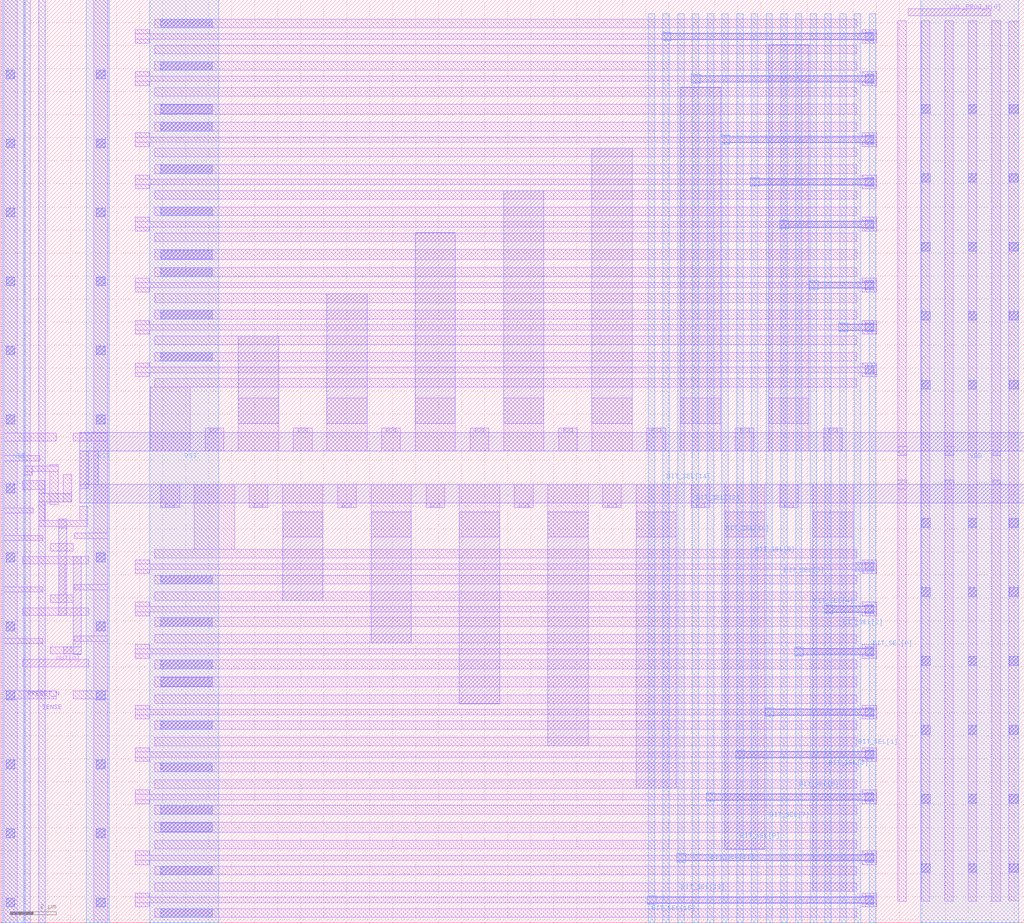
<source format=lef>
VERSION 5.7 ;
  NOWIREEXTENSIONATPIN ON ;
  DIVIDERCHAR "/" ;
  BUSBITCHARS "[]" ;
MACRO efuse_array_16x1
  CLASS BLOCK ;
  FOREIGN efuse_array_16x1 ;
  ORIGIN -24.960 -66.885 ;
  SIZE 44.480 BY 40.130 ;
  PIN COL_PROG_N[0]
    ANTENNAGATEAREA 76.500000 ;
    PORT
      LAYER Metal1 ;
        RECT 64.400 106.315 67.960 106.615 ;
    END
  END COL_PROG_N[0]
  PIN OUT[0]
    ANTENNADIFFAREA 0.897600 ;
    PORT
      LAYER Metal1 ;
        RECT 25.920 77.995 28.780 78.325 ;
    END
  END OUT[0]
  PIN PRESET_N
    ANTENNAGATEAREA 1.220000 ;
    PORT
      LAYER Metal2 ;
        RECT 25.970 86.725 26.250 107.015 ;
        RECT 25.970 86.345 26.330 86.725 ;
        RECT 25.970 66.885 26.250 86.345 ;
    END
  END PRESET_N
  PIN SENSE
    ANTENNAGATEAREA 0.492000 ;
    PORT
      LAYER Metal2 ;
        RECT 26.615 85.540 26.895 107.015 ;
        RECT 26.615 85.160 28.040 85.540 ;
        RECT 26.615 66.885 26.895 85.160 ;
    END
  END SENSE
  PIN VSS
    USE GROUND ;
    PORT
      LAYER Metal4 ;
        RECT 31.430 66.885 34.430 107.015 ;
    END
    PORT
      LAYER Metal4 ;
        RECT 28.670 66.885 29.670 107.015 ;
    END
  END VSS
  PIN VDD
    USE POWER ;
    PORT
      LAYER Metal4 ;
        RECT 25.030 66.885 26.030 107.015 ;
    END
    PORT
      LAYER Metal4 ;
        RECT 64.950 66.885 69.200 107.015 ;
    END
  END VDD
  PIN BIT_SEL[0]
    ANTENNAGATEAREA 18.299999 ;
    PORT
      LAYER Metal4 ;
        RECT 62.700 91.110 62.980 106.390 ;
        RECT 62.660 90.730 63.040 91.110 ;
        RECT 62.700 66.885 62.980 90.730 ;
    END
  END BIT_SEL[0]
  PIN BIT_SEL[1]
    ANTENNAGATEAREA 18.299999 ;
    PORT
      LAYER Metal4 ;
        RECT 62.060 82.545 62.340 106.390 ;
        RECT 62.020 82.165 62.400 82.545 ;
        RECT 62.060 66.885 62.340 82.165 ;
    END
  END BIT_SEL[1]
  PIN BIT_SEL[2]
    ANTENNAGATEAREA 18.299999 ;
    PORT
      LAYER Metal4 ;
        RECT 61.420 92.950 61.700 106.390 ;
        RECT 61.380 92.570 61.760 92.950 ;
        RECT 61.420 66.885 61.700 92.570 ;
    END
  END BIT_SEL[2]
  PIN BIT_SEL[3]
    ANTENNAGATEAREA 18.299999 ;
    PORT
      LAYER Metal4 ;
        RECT 60.780 80.705 61.060 106.390 ;
        RECT 60.740 80.325 61.120 80.705 ;
        RECT 60.780 66.885 61.060 80.325 ;
    END
  END BIT_SEL[3]
  PIN BIT_SEL[4]
    ANTENNAGATEAREA 18.299999 ;
    PORT
      LAYER Metal4 ;
        RECT 60.140 94.790 60.420 106.390 ;
        RECT 60.100 94.410 60.480 94.790 ;
        RECT 60.140 66.885 60.420 94.410 ;
    END
  END BIT_SEL[4]
  PIN BIT_SEL[5]
    ANTENNAGATEAREA 18.299999 ;
    PORT
      LAYER Metal4 ;
        RECT 59.500 78.860 59.780 106.390 ;
        RECT 59.460 78.480 59.840 78.860 ;
        RECT 59.500 66.885 59.780 78.480 ;
    END
  END BIT_SEL[5]
  PIN BIT_SEL[6]
    ANTENNAGATEAREA 18.299999 ;
    PORT
      LAYER Metal4 ;
        RECT 58.860 97.435 59.140 106.390 ;
        RECT 58.820 97.055 59.200 97.435 ;
        RECT 58.860 66.885 59.140 97.055 ;
    END
  END BIT_SEL[6]
  PIN BIT_SEL[7]
    ANTENNAGATEAREA 18.299999 ;
    PORT
      LAYER Metal4 ;
        RECT 58.220 76.220 58.500 106.390 ;
        RECT 58.180 75.840 58.560 76.220 ;
        RECT 58.220 66.885 58.500 75.840 ;
    END
  END BIT_SEL[7]
  PIN BIT_SEL[8]
    ANTENNAGATEAREA 18.299999 ;
    PORT
      LAYER Metal4 ;
        RECT 57.580 99.275 57.860 106.390 ;
        RECT 57.540 98.895 57.920 99.275 ;
        RECT 57.580 66.885 57.860 98.895 ;
    END
  END BIT_SEL[8]
  PIN BIT_SEL[9]
    ANTENNAGATEAREA 18.299999 ;
    PORT
      LAYER Metal4 ;
        RECT 56.940 74.380 57.220 106.390 ;
        RECT 56.900 74.000 57.280 74.380 ;
        RECT 56.940 66.885 57.220 74.000 ;
    END
  END BIT_SEL[9]
  PIN BIT_SEL[10]
    ANTENNAGATEAREA 18.299999 ;
    PORT
      LAYER Metal4 ;
        RECT 56.300 101.115 56.580 106.390 ;
        RECT 56.260 100.735 56.640 101.115 ;
        RECT 56.300 66.885 56.580 100.735 ;
    END
  END BIT_SEL[10]
  PIN BIT_SEL[11]
    ANTENNAGATEAREA 18.299999 ;
    PORT
      LAYER Metal4 ;
        RECT 55.660 72.535 55.940 106.390 ;
        RECT 55.620 72.155 56.000 72.535 ;
        RECT 55.660 66.885 55.940 72.155 ;
    END
  END BIT_SEL[11]
  PIN BIT_SEL[12]
    ANTENNAGATEAREA 18.299999 ;
    PORT
      LAYER Metal4 ;
        RECT 55.020 103.760 55.300 106.390 ;
        RECT 54.980 103.380 55.360 103.760 ;
        RECT 55.020 66.885 55.300 103.380 ;
    END
  END BIT_SEL[12]
  PIN BIT_SEL[13]
    ANTENNAGATEAREA 18.299999 ;
    PORT
      LAYER Metal4 ;
        RECT 54.380 69.895 54.660 106.390 ;
        RECT 54.340 69.515 54.720 69.895 ;
        RECT 54.380 66.885 54.660 69.515 ;
    END
  END BIT_SEL[13]
  PIN BIT_SEL[14]
    ANTENNAGATEAREA 18.299999 ;
    PORT
      LAYER Metal4 ;
        RECT 53.740 105.600 54.020 106.390 ;
        RECT 53.700 105.220 54.080 105.600 ;
        RECT 53.740 66.885 54.020 105.220 ;
    END
  END BIT_SEL[14]
  PIN BIT_SEL[15]
    ANTENNAGATEAREA 18.299999 ;
    PORT
      LAYER Metal4 ;
        RECT 53.100 68.055 53.380 106.390 ;
        RECT 53.060 67.675 53.440 68.055 ;
        RECT 53.100 66.885 53.380 67.675 ;
    END
  END BIT_SEL[15]
  OBS
      LAYER Metal1 ;
        RECT 25.090 88.160 25.690 107.015 ;
        RECT 29.010 88.160 29.610 107.015 ;
        RECT 31.650 105.780 62.170 106.160 ;
        RECT 30.800 105.525 31.420 105.710 ;
        RECT 62.400 105.525 63.020 105.710 ;
        RECT 30.800 105.295 63.020 105.525 ;
        RECT 30.800 105.110 31.420 105.295 ;
        RECT 62.400 105.110 63.020 105.295 ;
        RECT 58.400 105.030 60.020 105.040 ;
        RECT 31.650 104.660 62.170 105.030 ;
        RECT 31.650 103.940 62.170 104.320 ;
        RECT 30.800 103.685 31.420 103.870 ;
        RECT 62.400 103.685 63.020 103.870 ;
        RECT 30.800 103.455 63.020 103.685 ;
        RECT 30.800 103.270 31.420 103.455 ;
        RECT 62.400 103.270 63.020 103.455 ;
        RECT 54.560 103.190 56.180 103.200 ;
        RECT 31.650 102.820 62.170 103.190 ;
        RECT 31.660 102.025 62.160 102.465 ;
        RECT 31.650 101.295 62.170 101.675 ;
        RECT 30.800 101.040 31.420 101.225 ;
        RECT 62.400 101.040 63.020 101.225 ;
        RECT 30.800 100.810 63.020 101.040 ;
        RECT 30.800 100.625 31.420 100.810 ;
        RECT 62.400 100.625 63.020 100.810 ;
        RECT 50.720 100.545 52.340 100.555 ;
        RECT 31.650 100.175 62.170 100.545 ;
        RECT 31.650 99.455 62.170 99.835 ;
        RECT 30.800 99.200 31.420 99.385 ;
        RECT 62.400 99.200 63.020 99.385 ;
        RECT 30.800 98.970 63.020 99.200 ;
        RECT 30.800 98.785 31.420 98.970 ;
        RECT 62.400 98.785 63.020 98.970 ;
        RECT 46.880 98.705 48.500 98.715 ;
        RECT 31.650 98.335 62.170 98.705 ;
        RECT 31.650 97.615 62.170 97.995 ;
        RECT 30.800 97.360 31.420 97.545 ;
        RECT 62.400 97.360 63.020 97.545 ;
        RECT 30.800 97.130 63.020 97.360 ;
        RECT 30.800 96.945 31.420 97.130 ;
        RECT 62.400 96.945 63.020 97.130 ;
        RECT 43.040 96.865 44.660 96.875 ;
        RECT 31.650 96.495 62.170 96.865 ;
        RECT 31.660 95.700 62.160 96.140 ;
        RECT 31.650 94.970 62.170 95.350 ;
        RECT 30.800 94.715 31.420 94.900 ;
        RECT 62.400 94.715 63.020 94.900 ;
        RECT 30.800 94.485 63.020 94.715 ;
        RECT 30.800 94.300 31.420 94.485 ;
        RECT 62.400 94.300 63.020 94.485 ;
        RECT 39.200 94.220 40.820 94.230 ;
        RECT 31.650 93.850 62.170 94.220 ;
        RECT 31.650 93.130 62.170 93.510 ;
        RECT 30.800 92.875 31.420 93.060 ;
        RECT 62.400 92.875 63.020 93.060 ;
        RECT 30.800 92.645 63.020 92.875 ;
        RECT 30.800 92.460 31.420 92.645 ;
        RECT 62.400 92.460 63.020 92.645 ;
        RECT 35.360 92.380 36.980 92.390 ;
        RECT 31.650 92.010 62.170 92.380 ;
        RECT 31.650 91.290 62.170 91.670 ;
        RECT 30.800 91.035 31.420 91.220 ;
        RECT 62.400 91.035 63.020 91.220 ;
        RECT 30.800 90.805 63.020 91.035 ;
        RECT 30.800 90.620 31.420 90.805 ;
        RECT 62.400 90.620 63.020 90.805 ;
        RECT 31.650 90.170 62.170 90.540 ;
        RECT 25.090 87.820 27.380 88.160 ;
        RECT 28.125 87.820 29.610 88.160 ;
        RECT 25.090 87.185 25.690 87.820 ;
        RECT 25.090 86.955 26.670 87.185 ;
        RECT 25.090 84.915 25.690 86.955 ;
        RECT 27.100 86.725 27.460 86.810 ;
        RECT 25.970 86.495 27.460 86.725 ;
        RECT 25.970 86.345 26.330 86.495 ;
        RECT 25.920 85.710 26.870 86.115 ;
        RECT 25.090 84.685 26.380 84.915 ;
        RECT 25.090 83.725 25.690 84.685 ;
        RECT 26.610 84.365 26.870 85.710 ;
        RECT 27.100 85.060 27.460 86.495 ;
        RECT 27.690 85.160 28.040 86.360 ;
        RECT 28.400 85.750 28.780 87.395 ;
        RECT 27.480 84.365 27.830 84.425 ;
        RECT 28.400 84.365 28.740 84.970 ;
        RECT 26.610 84.105 28.740 84.365 ;
        RECT 27.480 84.045 27.830 84.105 ;
        RECT 29.010 83.825 29.610 87.820 ;
        RECT 31.455 87.385 33.205 90.170 ;
        RECT 33.845 87.385 34.655 88.385 ;
        RECT 35.295 87.385 37.045 89.680 ;
        RECT 37.685 87.385 38.495 88.385 ;
        RECT 39.135 87.385 40.885 89.680 ;
        RECT 41.525 87.385 42.335 88.385 ;
        RECT 42.975 87.385 44.725 89.680 ;
        RECT 45.365 87.385 46.175 88.385 ;
        RECT 46.815 87.385 48.565 89.680 ;
        RECT 49.205 87.385 50.015 88.385 ;
        RECT 50.655 87.385 52.405 89.680 ;
        RECT 53.045 87.385 53.855 88.385 ;
        RECT 54.495 87.385 56.245 89.680 ;
        RECT 56.885 87.385 57.695 88.385 ;
        RECT 58.335 87.385 60.085 89.680 ;
        RECT 60.725 87.385 61.535 88.385 ;
        RECT 63.950 87.575 64.320 106.085 ;
        RECT 64.970 102.450 65.340 106.085 ;
        RECT 64.965 102.070 65.345 102.450 ;
        RECT 64.970 99.450 65.340 102.070 ;
        RECT 64.965 99.070 65.345 99.450 ;
        RECT 64.970 96.450 65.340 99.070 ;
        RECT 64.965 96.070 65.345 96.450 ;
        RECT 64.970 93.450 65.340 96.070 ;
        RECT 64.965 93.070 65.345 93.450 ;
        RECT 64.970 90.450 65.340 93.070 ;
        RECT 64.965 90.070 65.345 90.450 ;
        RECT 63.950 87.195 64.330 87.575 ;
        RECT 63.950 86.125 64.320 87.195 ;
        RECT 31.925 84.935 32.735 85.935 ;
        RECT 25.090 83.495 26.780 83.725 ;
        RECT 28.150 83.595 29.610 83.825 ;
        RECT 25.090 81.485 25.690 83.495 ;
        RECT 27.110 83.035 28.110 83.360 ;
        RECT 25.920 82.475 28.780 82.805 ;
        RECT 25.090 81.255 26.780 81.485 ;
        RECT 25.090 79.245 25.690 81.255 ;
        RECT 27.495 81.120 27.760 82.475 ;
        RECT 29.010 81.585 29.610 83.595 ;
        RECT 33.375 83.105 35.125 85.935 ;
        RECT 35.765 84.935 36.575 85.935 ;
        RECT 37.215 83.640 38.965 85.935 ;
        RECT 39.605 84.935 40.415 85.935 ;
        RECT 41.055 83.640 42.805 85.935 ;
        RECT 43.445 84.935 44.255 85.935 ;
        RECT 44.895 83.640 46.645 85.935 ;
        RECT 47.285 84.935 48.095 85.935 ;
        RECT 48.735 83.640 50.485 85.935 ;
        RECT 51.125 84.935 51.935 85.935 ;
        RECT 52.575 83.640 54.325 85.935 ;
        RECT 54.965 84.935 55.775 85.935 ;
        RECT 56.415 83.640 58.165 85.935 ;
        RECT 58.805 84.935 59.615 85.935 ;
        RECT 60.255 83.640 62.005 85.935 ;
        RECT 63.950 85.745 64.330 86.125 ;
        RECT 31.650 82.735 62.170 83.105 ;
        RECT 30.800 82.470 31.420 82.655 ;
        RECT 62.400 82.470 63.020 82.655 ;
        RECT 30.800 82.240 63.020 82.470 ;
        RECT 30.800 82.055 31.420 82.240 ;
        RECT 62.400 82.055 63.020 82.240 ;
        RECT 31.650 81.605 62.170 81.985 ;
        RECT 28.150 81.355 29.610 81.585 ;
        RECT 27.110 80.795 28.110 81.120 ;
        RECT 25.920 80.235 28.780 80.565 ;
        RECT 29.010 79.345 29.610 81.355 ;
        RECT 31.650 80.895 62.170 81.265 ;
        RECT 37.280 80.885 38.900 80.895 ;
        RECT 30.800 80.630 31.420 80.815 ;
        RECT 62.400 80.630 63.020 80.815 ;
        RECT 30.800 80.400 63.020 80.630 ;
        RECT 30.800 80.215 31.420 80.400 ;
        RECT 62.400 80.215 63.020 80.400 ;
        RECT 31.650 79.765 62.170 80.145 ;
        RECT 25.090 79.015 26.780 79.245 ;
        RECT 28.150 79.115 29.610 79.345 ;
        RECT 25.090 76.960 25.690 79.015 ;
        RECT 27.110 78.555 28.110 78.880 ;
        RECT 29.010 76.960 29.610 79.115 ;
        RECT 31.650 79.050 62.170 79.420 ;
        RECT 41.120 79.040 42.740 79.050 ;
        RECT 30.800 78.785 31.420 78.970 ;
        RECT 62.400 78.785 63.020 78.970 ;
        RECT 30.800 78.555 63.020 78.785 ;
        RECT 30.800 78.370 31.420 78.555 ;
        RECT 62.400 78.370 63.020 78.555 ;
        RECT 31.650 77.920 62.170 78.300 ;
        RECT 31.660 77.130 62.160 77.570 ;
        RECT 25.090 76.620 27.380 76.960 ;
        RECT 28.125 76.620 29.610 76.960 ;
        RECT 25.090 66.885 25.690 76.620 ;
        RECT 29.010 66.885 29.610 76.620 ;
        RECT 31.650 76.410 62.170 76.780 ;
        RECT 44.960 76.400 46.580 76.410 ;
        RECT 30.800 76.145 31.420 76.330 ;
        RECT 62.400 76.145 63.020 76.330 ;
        RECT 30.800 75.915 63.020 76.145 ;
        RECT 30.800 75.730 31.420 75.915 ;
        RECT 62.400 75.730 63.020 75.915 ;
        RECT 31.650 75.280 62.170 75.660 ;
        RECT 31.650 74.570 62.170 74.940 ;
        RECT 48.800 74.560 50.420 74.570 ;
        RECT 30.800 74.305 31.420 74.490 ;
        RECT 62.400 74.305 63.020 74.490 ;
        RECT 30.800 74.075 63.020 74.305 ;
        RECT 30.800 73.890 31.420 74.075 ;
        RECT 62.400 73.890 63.020 74.075 ;
        RECT 31.650 73.440 62.170 73.820 ;
        RECT 31.650 72.725 62.170 73.095 ;
        RECT 52.640 72.715 54.260 72.725 ;
        RECT 30.800 72.460 31.420 72.645 ;
        RECT 62.400 72.460 63.020 72.645 ;
        RECT 30.800 72.230 63.020 72.460 ;
        RECT 30.800 72.045 31.420 72.230 ;
        RECT 62.400 72.045 63.020 72.230 ;
        RECT 31.650 71.595 62.170 71.975 ;
        RECT 31.660 70.805 62.160 71.245 ;
        RECT 31.650 70.085 62.170 70.455 ;
        RECT 56.480 70.075 58.100 70.085 ;
        RECT 30.800 69.820 31.420 70.005 ;
        RECT 62.400 69.820 63.020 70.005 ;
        RECT 30.800 69.590 63.020 69.820 ;
        RECT 30.800 69.405 31.420 69.590 ;
        RECT 62.400 69.405 63.020 69.590 ;
        RECT 31.650 68.955 62.170 69.335 ;
        RECT 31.650 68.245 62.170 68.615 ;
        RECT 60.320 68.235 61.940 68.245 ;
        RECT 30.800 67.980 31.420 68.165 ;
        RECT 62.400 67.980 63.020 68.165 ;
        RECT 30.800 67.750 63.020 67.980 ;
        RECT 63.950 67.815 64.320 85.745 ;
        RECT 64.970 84.450 65.340 90.070 ;
        RECT 65.990 87.575 66.360 106.085 ;
        RECT 67.010 102.450 67.380 106.085 ;
        RECT 67.005 102.070 67.385 102.450 ;
        RECT 67.010 99.450 67.380 102.070 ;
        RECT 67.005 99.070 67.385 99.450 ;
        RECT 67.010 96.450 67.380 99.070 ;
        RECT 67.005 96.070 67.385 96.450 ;
        RECT 67.010 93.450 67.380 96.070 ;
        RECT 67.005 93.070 67.385 93.450 ;
        RECT 67.010 90.450 67.380 93.070 ;
        RECT 67.005 90.070 67.385 90.450 ;
        RECT 65.990 87.195 66.370 87.575 ;
        RECT 65.990 86.125 66.360 87.195 ;
        RECT 65.990 85.745 66.370 86.125 ;
        RECT 64.965 84.070 65.345 84.450 ;
        RECT 64.970 81.450 65.340 84.070 ;
        RECT 64.965 81.070 65.345 81.450 ;
        RECT 64.970 78.450 65.340 81.070 ;
        RECT 64.965 78.070 65.345 78.450 ;
        RECT 64.970 75.450 65.340 78.070 ;
        RECT 64.965 75.070 65.345 75.450 ;
        RECT 64.970 72.450 65.340 75.070 ;
        RECT 64.965 72.070 65.345 72.450 ;
        RECT 64.970 69.450 65.340 72.070 ;
        RECT 64.965 69.070 65.345 69.450 ;
        RECT 64.970 67.815 65.340 69.070 ;
        RECT 65.990 67.815 66.360 85.745 ;
        RECT 67.010 84.450 67.380 90.070 ;
        RECT 67.005 84.070 67.385 84.450 ;
        RECT 67.010 81.450 67.380 84.070 ;
        RECT 67.005 81.070 67.385 81.450 ;
        RECT 67.010 78.450 67.380 81.070 ;
        RECT 67.005 78.070 67.385 78.450 ;
        RECT 67.010 75.450 67.380 78.070 ;
        RECT 67.005 75.070 67.385 75.450 ;
        RECT 67.010 72.450 67.380 75.070 ;
        RECT 67.005 72.070 67.385 72.450 ;
        RECT 67.010 69.450 67.380 72.070 ;
        RECT 67.005 69.070 67.385 69.450 ;
        RECT 67.010 67.815 67.380 69.070 ;
        RECT 68.030 67.815 68.410 106.085 ;
        RECT 68.760 67.825 69.200 106.075 ;
        RECT 30.800 67.565 31.420 67.750 ;
        RECT 62.400 67.565 63.020 67.750 ;
        RECT 31.650 67.115 62.170 67.495 ;
      LAYER Metal2 ;
        RECT 31.920 105.780 34.160 106.160 ;
        RECT 62.520 105.220 62.900 105.600 ;
        RECT 25.200 103.570 25.580 103.950 ;
        RECT 29.120 103.570 29.500 103.950 ;
        RECT 31.920 103.940 34.160 104.320 ;
        RECT 31.925 102.055 34.165 102.435 ;
        RECT 31.920 101.295 34.160 101.675 ;
        RECT 25.200 100.570 25.580 100.950 ;
        RECT 29.120 100.570 29.500 100.950 ;
        RECT 31.920 99.455 34.160 99.835 ;
        RECT 25.200 97.570 25.580 97.950 ;
        RECT 29.120 97.570 29.500 97.950 ;
        RECT 31.920 97.615 34.160 97.995 ;
        RECT 31.925 95.730 34.165 96.110 ;
        RECT 31.920 94.970 34.160 95.350 ;
        RECT 25.200 94.570 25.580 94.950 ;
        RECT 29.120 94.570 29.500 94.950 ;
        RECT 31.920 93.130 34.160 93.510 ;
        RECT 25.200 91.570 25.580 91.950 ;
        RECT 29.120 91.570 29.500 91.950 ;
        RECT 31.920 91.290 34.160 91.670 ;
        RECT 25.200 88.570 25.580 88.950 ;
        RECT 29.120 88.570 29.500 88.950 ;
        RECT 35.295 88.580 37.045 92.390 ;
        RECT 39.135 88.580 40.885 94.230 ;
        RECT 42.975 88.580 44.725 96.875 ;
        RECT 46.815 88.580 48.565 98.715 ;
        RECT 50.655 88.580 52.405 100.555 ;
        RECT 54.495 88.580 56.245 103.200 ;
        RECT 58.335 88.580 60.085 105.040 ;
        RECT 62.520 103.380 62.900 103.760 ;
        RECT 64.965 102.070 65.345 102.450 ;
        RECT 67.005 102.070 67.385 102.450 ;
        RECT 68.790 102.070 69.170 102.450 ;
        RECT 62.520 100.735 62.900 101.115 ;
        RECT 62.520 98.895 62.900 99.275 ;
        RECT 64.965 99.070 65.345 99.450 ;
        RECT 67.005 99.070 67.385 99.450 ;
        RECT 68.790 99.070 69.170 99.450 ;
        RECT 62.520 97.055 62.900 97.435 ;
        RECT 64.965 96.070 65.345 96.450 ;
        RECT 67.005 96.070 67.385 96.450 ;
        RECT 68.790 96.070 69.170 96.450 ;
        RECT 62.520 94.410 62.900 94.790 ;
        RECT 64.965 93.070 65.345 93.450 ;
        RECT 67.005 93.070 67.385 93.450 ;
        RECT 68.790 93.070 69.170 93.450 ;
        RECT 62.520 92.570 62.900 92.950 ;
        RECT 62.520 90.730 62.900 91.110 ;
        RECT 64.965 90.070 65.345 90.450 ;
        RECT 67.005 90.070 67.385 90.450 ;
        RECT 68.790 90.070 69.170 90.450 ;
        RECT 34.060 88.195 34.440 88.385 ;
        RECT 37.900 88.195 38.280 88.385 ;
        RECT 41.740 88.195 42.120 88.385 ;
        RECT 45.580 88.195 45.960 88.385 ;
        RECT 49.420 88.195 49.800 88.385 ;
        RECT 53.260 88.195 53.640 88.385 ;
        RECT 57.100 88.195 57.480 88.385 ;
        RECT 60.940 88.195 61.320 88.385 ;
        RECT 28.390 87.385 69.440 88.195 ;
        RECT 25.200 85.570 25.580 85.950 ;
        RECT 28.390 85.935 29.200 87.385 ;
        RECT 63.950 87.195 64.330 87.385 ;
        RECT 65.990 87.195 66.370 87.385 ;
        RECT 68.030 87.195 68.410 87.385 ;
        RECT 63.950 85.935 64.330 86.125 ;
        RECT 65.990 85.935 66.370 86.125 ;
        RECT 68.030 85.935 68.410 86.125 ;
        RECT 28.390 85.125 69.440 85.935 ;
        RECT 32.140 84.935 32.520 85.125 ;
        RECT 35.980 84.935 36.360 85.125 ;
        RECT 39.820 84.935 40.200 85.125 ;
        RECT 43.660 84.935 44.040 85.125 ;
        RECT 47.500 84.935 47.880 85.125 ;
        RECT 51.340 84.935 51.720 85.125 ;
        RECT 55.180 84.935 55.560 85.125 ;
        RECT 59.020 84.935 59.400 85.125 ;
        RECT 25.200 82.570 25.580 82.950 ;
        RECT 27.480 80.235 27.830 84.425 ;
        RECT 25.200 79.570 25.580 79.950 ;
        RECT 28.110 78.880 28.460 82.795 ;
        RECT 29.120 82.570 29.500 82.950 ;
        RECT 31.920 81.605 34.160 81.985 ;
        RECT 37.215 80.885 38.965 84.740 ;
        RECT 29.120 79.570 29.500 79.950 ;
        RECT 31.920 79.765 34.160 80.145 ;
        RECT 41.055 79.040 42.805 84.740 ;
        RECT 27.705 78.555 28.460 78.880 ;
        RECT 28.110 78.550 28.460 78.555 ;
        RECT 31.920 77.920 34.160 78.300 ;
        RECT 31.925 77.160 34.165 77.540 ;
        RECT 25.200 76.570 25.580 76.950 ;
        RECT 29.120 76.570 29.500 76.950 ;
        RECT 44.895 76.400 46.645 84.740 ;
        RECT 31.920 75.280 34.160 75.660 ;
        RECT 48.735 74.560 50.485 84.740 ;
        RECT 25.200 73.570 25.580 73.950 ;
        RECT 29.120 73.570 29.500 73.950 ;
        RECT 31.920 73.440 34.160 73.820 ;
        RECT 52.575 72.715 54.325 84.740 ;
        RECT 31.920 71.595 34.160 71.975 ;
        RECT 25.200 70.570 25.580 70.950 ;
        RECT 29.120 70.570 29.500 70.950 ;
        RECT 31.925 70.835 34.165 71.215 ;
        RECT 56.415 70.075 58.165 84.740 ;
        RECT 31.920 68.955 34.160 69.335 ;
        RECT 60.255 68.235 62.005 84.740 ;
        RECT 64.965 84.070 65.345 84.450 ;
        RECT 67.005 84.070 67.385 84.450 ;
        RECT 68.790 84.070 69.170 84.450 ;
        RECT 62.520 82.165 62.900 82.545 ;
        RECT 64.965 81.070 65.345 81.450 ;
        RECT 67.005 81.070 67.385 81.450 ;
        RECT 68.790 81.070 69.170 81.450 ;
        RECT 62.520 80.325 62.900 80.705 ;
        RECT 62.520 78.480 62.900 78.860 ;
        RECT 64.965 78.070 65.345 78.450 ;
        RECT 67.005 78.070 67.385 78.450 ;
        RECT 68.790 78.070 69.170 78.450 ;
        RECT 62.520 75.840 62.900 76.220 ;
        RECT 64.965 75.070 65.345 75.450 ;
        RECT 67.005 75.070 67.385 75.450 ;
        RECT 68.790 75.070 69.170 75.450 ;
        RECT 62.520 74.000 62.900 74.380 ;
        RECT 62.520 72.155 62.900 72.535 ;
        RECT 64.965 72.070 65.345 72.450 ;
        RECT 67.005 72.070 67.385 72.450 ;
        RECT 68.790 72.070 69.170 72.450 ;
        RECT 62.520 69.515 62.900 69.895 ;
        RECT 64.965 69.070 65.345 69.450 ;
        RECT 67.005 69.070 67.385 69.450 ;
        RECT 68.790 69.070 69.170 69.450 ;
        RECT 25.200 67.570 25.580 67.950 ;
        RECT 29.120 67.570 29.500 67.950 ;
        RECT 62.520 67.675 62.900 68.055 ;
        RECT 31.920 67.115 34.160 67.495 ;
      LAYER Metal3 ;
        RECT 31.920 105.780 34.160 106.160 ;
        RECT 53.700 105.550 54.080 105.600 ;
        RECT 62.520 105.550 62.900 105.600 ;
        RECT 53.700 105.270 62.900 105.550 ;
        RECT 53.700 105.220 54.080 105.270 ;
        RECT 62.520 105.220 62.900 105.270 ;
        RECT 25.200 103.570 25.580 103.950 ;
        RECT 29.120 103.570 29.500 103.950 ;
        RECT 31.920 103.940 34.160 104.320 ;
        RECT 54.980 103.710 55.360 103.760 ;
        RECT 62.520 103.710 62.900 103.760 ;
        RECT 54.980 103.430 62.900 103.710 ;
        RECT 54.980 103.380 55.360 103.430 ;
        RECT 62.520 103.380 62.900 103.430 ;
        RECT 31.925 102.055 34.165 102.435 ;
        RECT 64.965 102.070 65.345 102.450 ;
        RECT 67.005 102.070 67.385 102.450 ;
        RECT 68.790 102.070 69.170 102.450 ;
        RECT 31.920 101.295 34.160 101.675 ;
        RECT 56.260 101.065 56.640 101.115 ;
        RECT 62.520 101.065 62.900 101.115 ;
        RECT 25.200 100.570 25.580 100.950 ;
        RECT 29.120 100.570 29.500 100.950 ;
        RECT 56.260 100.785 62.900 101.065 ;
        RECT 56.260 100.735 56.640 100.785 ;
        RECT 62.520 100.735 62.900 100.785 ;
        RECT 31.920 99.455 34.160 99.835 ;
        RECT 57.540 99.225 57.920 99.275 ;
        RECT 62.520 99.225 62.900 99.275 ;
        RECT 57.540 98.945 62.900 99.225 ;
        RECT 64.965 99.070 65.345 99.450 ;
        RECT 67.005 99.070 67.385 99.450 ;
        RECT 68.790 99.070 69.170 99.450 ;
        RECT 57.540 98.895 57.920 98.945 ;
        RECT 62.520 98.895 62.900 98.945 ;
        RECT 25.200 97.570 25.580 97.950 ;
        RECT 29.120 97.570 29.500 97.950 ;
        RECT 31.920 97.615 34.160 97.995 ;
        RECT 58.820 97.385 59.200 97.435 ;
        RECT 62.520 97.385 62.900 97.435 ;
        RECT 58.820 97.105 62.900 97.385 ;
        RECT 58.820 97.055 59.200 97.105 ;
        RECT 62.520 97.055 62.900 97.105 ;
        RECT 31.925 95.730 34.165 96.110 ;
        RECT 64.965 96.070 65.345 96.450 ;
        RECT 67.005 96.070 67.385 96.450 ;
        RECT 68.790 96.070 69.170 96.450 ;
        RECT 31.920 94.970 34.160 95.350 ;
        RECT 25.200 94.570 25.580 94.950 ;
        RECT 29.120 94.570 29.500 94.950 ;
        RECT 60.100 94.740 60.480 94.790 ;
        RECT 62.520 94.740 62.900 94.790 ;
        RECT 60.100 94.460 62.900 94.740 ;
        RECT 60.100 94.410 60.480 94.460 ;
        RECT 62.520 94.410 62.900 94.460 ;
        RECT 31.920 93.130 34.160 93.510 ;
        RECT 64.965 93.070 65.345 93.450 ;
        RECT 67.005 93.070 67.385 93.450 ;
        RECT 68.790 93.070 69.170 93.450 ;
        RECT 61.380 92.900 61.760 92.950 ;
        RECT 62.520 92.900 62.900 92.950 ;
        RECT 61.380 92.620 62.900 92.900 ;
        RECT 61.380 92.570 61.760 92.620 ;
        RECT 62.520 92.570 62.900 92.620 ;
        RECT 25.200 91.570 25.580 91.950 ;
        RECT 29.120 91.570 29.500 91.950 ;
        RECT 31.920 91.290 34.160 91.670 ;
        RECT 62.520 90.730 63.040 91.110 ;
        RECT 64.965 90.070 65.345 90.450 ;
        RECT 67.005 90.070 67.385 90.450 ;
        RECT 68.790 90.070 69.170 90.450 ;
        RECT 25.200 88.570 25.580 88.950 ;
        RECT 29.120 88.570 29.500 88.950 ;
        RECT 25.200 85.570 25.580 85.950 ;
        RECT 64.965 84.070 65.345 84.450 ;
        RECT 67.005 84.070 67.385 84.450 ;
        RECT 68.790 84.070 69.170 84.450 ;
        RECT 25.200 82.570 25.580 82.950 ;
        RECT 29.120 82.570 29.500 82.950 ;
        RECT 62.020 82.165 62.900 82.545 ;
        RECT 31.920 81.605 34.160 81.985 ;
        RECT 64.965 81.070 65.345 81.450 ;
        RECT 67.005 81.070 67.385 81.450 ;
        RECT 68.790 81.070 69.170 81.450 ;
        RECT 60.740 80.655 61.120 80.705 ;
        RECT 62.520 80.655 62.900 80.705 ;
        RECT 60.740 80.375 62.900 80.655 ;
        RECT 60.740 80.325 61.120 80.375 ;
        RECT 62.520 80.325 62.900 80.375 ;
        RECT 25.200 79.570 25.580 79.950 ;
        RECT 29.120 79.570 29.500 79.950 ;
        RECT 31.920 79.765 34.160 80.145 ;
        RECT 59.460 78.810 59.840 78.860 ;
        RECT 62.520 78.810 62.900 78.860 ;
        RECT 59.460 78.530 62.900 78.810 ;
        RECT 59.460 78.480 59.840 78.530 ;
        RECT 62.520 78.480 62.900 78.530 ;
        RECT 31.920 77.920 34.160 78.300 ;
        RECT 64.965 78.070 65.345 78.450 ;
        RECT 67.005 78.070 67.385 78.450 ;
        RECT 68.790 78.070 69.170 78.450 ;
        RECT 31.925 77.160 34.165 77.540 ;
        RECT 25.200 76.570 25.580 76.950 ;
        RECT 29.120 76.570 29.500 76.950 ;
        RECT 58.180 76.170 58.560 76.220 ;
        RECT 62.520 76.170 62.900 76.220 ;
        RECT 58.180 75.890 62.900 76.170 ;
        RECT 58.180 75.840 58.560 75.890 ;
        RECT 62.520 75.840 62.900 75.890 ;
        RECT 31.920 75.280 34.160 75.660 ;
        RECT 64.965 75.070 65.345 75.450 ;
        RECT 67.005 75.070 67.385 75.450 ;
        RECT 68.790 75.070 69.170 75.450 ;
        RECT 56.900 74.330 57.280 74.380 ;
        RECT 62.520 74.330 62.900 74.380 ;
        RECT 56.900 74.050 62.900 74.330 ;
        RECT 56.900 74.000 57.280 74.050 ;
        RECT 62.520 74.000 62.900 74.050 ;
        RECT 25.200 73.570 25.580 73.950 ;
        RECT 29.120 73.570 29.500 73.950 ;
        RECT 31.920 73.440 34.160 73.820 ;
        RECT 55.620 72.485 56.000 72.535 ;
        RECT 62.520 72.485 62.900 72.535 ;
        RECT 55.620 72.205 62.900 72.485 ;
        RECT 55.620 72.155 56.000 72.205 ;
        RECT 62.520 72.155 62.900 72.205 ;
        RECT 64.965 72.070 65.345 72.450 ;
        RECT 67.005 72.070 67.385 72.450 ;
        RECT 68.790 72.070 69.170 72.450 ;
        RECT 31.920 71.595 34.160 71.975 ;
        RECT 25.200 70.570 25.580 70.950 ;
        RECT 29.120 70.570 29.500 70.950 ;
        RECT 31.925 70.835 34.165 71.215 ;
        RECT 54.340 69.845 54.720 69.895 ;
        RECT 62.520 69.845 62.900 69.895 ;
        RECT 54.340 69.565 62.900 69.845 ;
        RECT 54.340 69.515 54.720 69.565 ;
        RECT 62.520 69.515 62.900 69.565 ;
        RECT 31.920 68.955 34.160 69.335 ;
        RECT 64.965 69.070 65.345 69.450 ;
        RECT 67.005 69.070 67.385 69.450 ;
        RECT 68.790 69.070 69.170 69.450 ;
        RECT 53.060 68.005 53.440 68.055 ;
        RECT 62.520 68.005 62.900 68.055 ;
        RECT 25.200 67.570 25.580 67.950 ;
        RECT 29.120 67.570 29.500 67.950 ;
        RECT 53.060 67.725 62.900 68.005 ;
        RECT 53.060 67.675 53.440 67.725 ;
        RECT 62.520 67.675 62.900 67.725 ;
        RECT 31.920 67.115 34.160 67.495 ;
  END
END efuse_array_16x1
END LIBRARY


</source>
